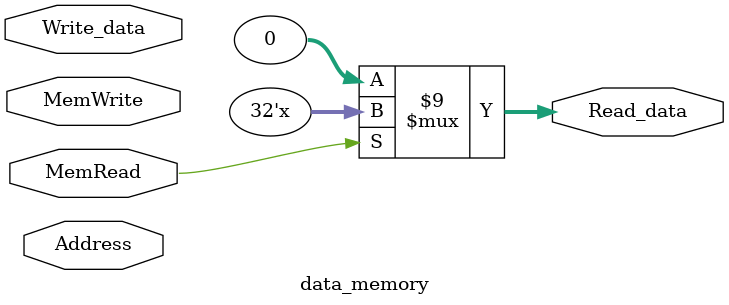
<source format=sv>
module data_memory #(parameter BIT_WIDTH=32,parameter REG_BIT_WIDTH=5) (
    input MemWrite,
    input MemRead,
    input [REG_BIT_WIDTH-1:0] Address,
    input [BIT_WIDTH-1:0] Write_data,
    output logic [BIT_WIDTH-1:0] Read_data
);
reg [BIT_WIDTH-1:0] MEM [REG_BIT_WIDTH-1:0];

always_comb begin
    Read_data <= MemRead ? MEM[Address] : 0;
    MEM[Address] <= MemWrite ? Write_data : 0;
end 

endmodule
</source>
